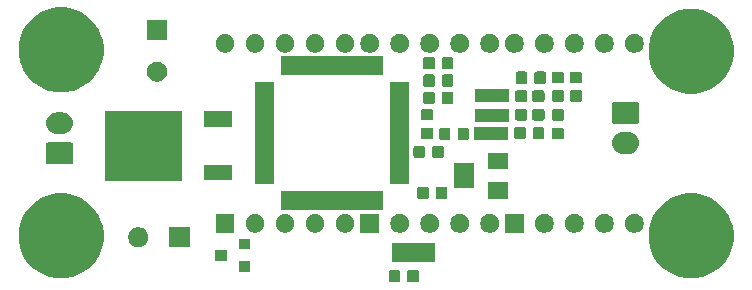
<source format=gbr>
G04 #@! TF.GenerationSoftware,KiCad,Pcbnew,(6.0.0-rc1-dev-950-ga5c892d9c)*
G04 #@! TF.CreationDate,2018-10-25T20:30:48+02:00*
G04 #@! TF.ProjectId,adc_7seg_v0,6164635F377365675F76302E6B696361,rev?*
G04 #@! TF.SameCoordinates,Original*
G04 #@! TF.FileFunction,Soldermask,Bot*
G04 #@! TF.FilePolarity,Negative*
%FSLAX46Y46*%
G04 Gerber Fmt 4.6, Leading zero omitted, Abs format (unit mm)*
G04 Created by KiCad (PCBNEW (6.0.0-rc1-dev-950-ga5c892d9c)) date 25.10.2018 20:30:48*
%MOMM*%
%LPD*%
G01*
G04 APERTURE LIST*
%ADD10C,0.100000*%
G04 APERTURE END LIST*
D10*
G36*
X192200492Y-102095076D02*
X192234383Y-102105357D01*
X192265611Y-102122048D01*
X192292985Y-102144515D01*
X192315452Y-102171889D01*
X192332143Y-102203117D01*
X192342424Y-102237008D01*
X192346500Y-102278391D01*
X192346500Y-102953609D01*
X192342424Y-102994992D01*
X192332143Y-103028883D01*
X192315452Y-103060111D01*
X192292985Y-103087485D01*
X192265611Y-103109952D01*
X192234383Y-103126643D01*
X192200492Y-103136924D01*
X192159109Y-103141000D01*
X191558891Y-103141000D01*
X191517508Y-103136924D01*
X191483617Y-103126643D01*
X191452389Y-103109952D01*
X191425015Y-103087485D01*
X191402548Y-103060111D01*
X191385857Y-103028883D01*
X191375576Y-102994992D01*
X191371500Y-102953609D01*
X191371500Y-102278391D01*
X191375576Y-102237008D01*
X191385857Y-102203117D01*
X191402548Y-102171889D01*
X191425015Y-102144515D01*
X191452389Y-102122048D01*
X191483617Y-102105357D01*
X191517508Y-102095076D01*
X191558891Y-102091000D01*
X192159109Y-102091000D01*
X192200492Y-102095076D01*
X192200492Y-102095076D01*
G37*
G36*
X190625492Y-102095076D02*
X190659383Y-102105357D01*
X190690611Y-102122048D01*
X190717985Y-102144515D01*
X190740452Y-102171889D01*
X190757143Y-102203117D01*
X190767424Y-102237008D01*
X190771500Y-102278391D01*
X190771500Y-102953609D01*
X190767424Y-102994992D01*
X190757143Y-103028883D01*
X190740452Y-103060111D01*
X190717985Y-103087485D01*
X190690611Y-103109952D01*
X190659383Y-103126643D01*
X190625492Y-103136924D01*
X190584109Y-103141000D01*
X189983891Y-103141000D01*
X189942508Y-103136924D01*
X189908617Y-103126643D01*
X189877389Y-103109952D01*
X189850015Y-103087485D01*
X189827548Y-103060111D01*
X189810857Y-103028883D01*
X189800576Y-102994992D01*
X189796500Y-102953609D01*
X189796500Y-102278391D01*
X189800576Y-102237008D01*
X189810857Y-102203117D01*
X189827548Y-102171889D01*
X189850015Y-102144515D01*
X189877389Y-102122048D01*
X189908617Y-102105357D01*
X189942508Y-102095076D01*
X189983891Y-102091000D01*
X190584109Y-102091000D01*
X190625492Y-102095076D01*
X190625492Y-102095076D01*
G37*
G36*
X163102079Y-95725345D02*
X163102082Y-95725346D01*
X163102081Y-95725346D01*
X163757240Y-95996721D01*
X164344205Y-96388919D01*
X164346869Y-96390699D01*
X164848301Y-96892131D01*
X164848303Y-96892134D01*
X165242279Y-97481760D01*
X165473912Y-98040974D01*
X165513655Y-98136921D01*
X165652000Y-98832429D01*
X165652000Y-99541571D01*
X165513655Y-100237079D01*
X165513654Y-100237081D01*
X165242279Y-100892240D01*
X164977840Y-101288000D01*
X164848301Y-101481869D01*
X164346869Y-101983301D01*
X164346866Y-101983303D01*
X163757240Y-102377279D01*
X163198026Y-102608912D01*
X163102079Y-102648655D01*
X162406571Y-102787000D01*
X161697429Y-102787000D01*
X161001921Y-102648655D01*
X160905974Y-102608912D01*
X160346760Y-102377279D01*
X159757134Y-101983303D01*
X159757131Y-101983301D01*
X159255699Y-101481869D01*
X159126160Y-101288000D01*
X158861721Y-100892240D01*
X158590346Y-100237081D01*
X158590345Y-100237079D01*
X158452000Y-99541571D01*
X158452000Y-98832429D01*
X158590345Y-98136921D01*
X158630088Y-98040974D01*
X158861721Y-97481760D01*
X159255697Y-96892134D01*
X159255699Y-96892131D01*
X159757131Y-96390699D01*
X159759795Y-96388919D01*
X160346760Y-95996721D01*
X161001919Y-95725346D01*
X161001918Y-95725346D01*
X161001921Y-95725345D01*
X161697429Y-95587000D01*
X162406571Y-95587000D01*
X163102079Y-95725345D01*
X163102079Y-95725345D01*
G37*
G36*
X216442079Y-95725345D02*
X216442082Y-95725346D01*
X216442081Y-95725346D01*
X217097240Y-95996721D01*
X217684205Y-96388919D01*
X217686869Y-96390699D01*
X218188301Y-96892131D01*
X218188303Y-96892134D01*
X218582279Y-97481760D01*
X218813912Y-98040974D01*
X218853655Y-98136921D01*
X218992000Y-98832429D01*
X218992000Y-99541571D01*
X218853655Y-100237079D01*
X218853654Y-100237081D01*
X218582279Y-100892240D01*
X218317840Y-101288000D01*
X218188301Y-101481869D01*
X217686869Y-101983301D01*
X217686866Y-101983303D01*
X217097240Y-102377279D01*
X216538026Y-102608912D01*
X216442079Y-102648655D01*
X215746571Y-102787000D01*
X215037429Y-102787000D01*
X214341921Y-102648655D01*
X214245974Y-102608912D01*
X213686760Y-102377279D01*
X213097134Y-101983303D01*
X213097131Y-101983301D01*
X212595699Y-101481869D01*
X212466160Y-101288000D01*
X212201721Y-100892240D01*
X211930346Y-100237081D01*
X211930345Y-100237079D01*
X211792000Y-99541571D01*
X211792000Y-98832429D01*
X211930345Y-98136921D01*
X211970088Y-98040974D01*
X212201721Y-97481760D01*
X212595697Y-96892134D01*
X212595699Y-96892131D01*
X213097131Y-96390699D01*
X213099795Y-96388919D01*
X213686760Y-95996721D01*
X214341919Y-95725346D01*
X214341918Y-95725346D01*
X214341921Y-95725345D01*
X215037429Y-95587000D01*
X215746571Y-95587000D01*
X216442079Y-95725345D01*
X216442079Y-95725345D01*
G37*
G36*
X178093500Y-102238000D02*
X177093500Y-102238000D01*
X177093500Y-101338000D01*
X178093500Y-101338000D01*
X178093500Y-102238000D01*
X178093500Y-102238000D01*
G37*
G36*
X193747000Y-101384000D02*
X190047000Y-101384000D01*
X190047000Y-99784000D01*
X193747000Y-99784000D01*
X193747000Y-101384000D01*
X193747000Y-101384000D01*
G37*
G36*
X176093500Y-101288000D02*
X175093500Y-101288000D01*
X175093500Y-100388000D01*
X176093500Y-100388000D01*
X176093500Y-101288000D01*
X176093500Y-101288000D01*
G37*
G36*
X178093500Y-100338000D02*
X177093500Y-100338000D01*
X177093500Y-99438000D01*
X178093500Y-99438000D01*
X178093500Y-100338000D01*
X178093500Y-100338000D01*
G37*
G36*
X168832934Y-98496664D02*
X168987627Y-98560740D01*
X169126847Y-98653764D01*
X169245236Y-98772153D01*
X169338260Y-98911373D01*
X169402336Y-99066066D01*
X169435000Y-99230281D01*
X169435000Y-99397719D01*
X169402336Y-99561934D01*
X169338260Y-99716627D01*
X169245236Y-99855847D01*
X169126847Y-99974236D01*
X168987627Y-100067260D01*
X168832934Y-100131336D01*
X168668719Y-100164000D01*
X168501281Y-100164000D01*
X168337066Y-100131336D01*
X168182373Y-100067260D01*
X168043153Y-99974236D01*
X167924764Y-99855847D01*
X167831740Y-99716627D01*
X167767664Y-99561934D01*
X167735000Y-99397719D01*
X167735000Y-99230281D01*
X167767664Y-99066066D01*
X167831740Y-98911373D01*
X167924764Y-98772153D01*
X168043153Y-98653764D01*
X168182373Y-98560740D01*
X168337066Y-98496664D01*
X168501281Y-98464000D01*
X168668719Y-98464000D01*
X168832934Y-98496664D01*
X168832934Y-98496664D01*
G37*
G36*
X172935000Y-100164000D02*
X171235000Y-100164000D01*
X171235000Y-98464000D01*
X172935000Y-98464000D01*
X172935000Y-100164000D01*
X172935000Y-100164000D01*
G37*
G36*
X190959352Y-97358743D02*
X191104941Y-97419048D01*
X191235973Y-97506601D01*
X191347399Y-97618027D01*
X191434952Y-97749059D01*
X191495257Y-97894648D01*
X191526000Y-98049205D01*
X191526000Y-98206795D01*
X191495257Y-98361352D01*
X191434952Y-98506941D01*
X191347399Y-98637973D01*
X191235973Y-98749399D01*
X191104941Y-98836952D01*
X190959352Y-98897257D01*
X190804795Y-98928000D01*
X190647205Y-98928000D01*
X190492648Y-98897257D01*
X190347059Y-98836952D01*
X190216027Y-98749399D01*
X190104601Y-98637973D01*
X190017048Y-98506941D01*
X189956743Y-98361352D01*
X189926000Y-98206795D01*
X189926000Y-98049205D01*
X189956743Y-97894648D01*
X190017048Y-97749059D01*
X190104601Y-97618027D01*
X190216027Y-97506601D01*
X190347059Y-97419048D01*
X190492648Y-97358743D01*
X190647205Y-97328000D01*
X190804795Y-97328000D01*
X190959352Y-97358743D01*
X190959352Y-97358743D01*
G37*
G36*
X176736000Y-98928000D02*
X175136000Y-98928000D01*
X175136000Y-97328000D01*
X176736000Y-97328000D01*
X176736000Y-98928000D01*
X176736000Y-98928000D01*
G37*
G36*
X196039352Y-97358743D02*
X196184941Y-97419048D01*
X196315973Y-97506601D01*
X196427399Y-97618027D01*
X196514952Y-97749059D01*
X196575257Y-97894648D01*
X196606000Y-98049205D01*
X196606000Y-98206795D01*
X196575257Y-98361352D01*
X196514952Y-98506941D01*
X196427399Y-98637973D01*
X196315973Y-98749399D01*
X196184941Y-98836952D01*
X196039352Y-98897257D01*
X195884795Y-98928000D01*
X195727205Y-98928000D01*
X195572648Y-98897257D01*
X195427059Y-98836952D01*
X195296027Y-98749399D01*
X195184601Y-98637973D01*
X195097048Y-98506941D01*
X195036743Y-98361352D01*
X195006000Y-98206795D01*
X195006000Y-98049205D01*
X195036743Y-97894648D01*
X195097048Y-97749059D01*
X195184601Y-97618027D01*
X195296027Y-97506601D01*
X195427059Y-97419048D01*
X195572648Y-97358743D01*
X195727205Y-97328000D01*
X195884795Y-97328000D01*
X196039352Y-97358743D01*
X196039352Y-97358743D01*
G37*
G36*
X198579352Y-97358743D02*
X198724941Y-97419048D01*
X198855973Y-97506601D01*
X198967399Y-97618027D01*
X199054952Y-97749059D01*
X199115257Y-97894648D01*
X199146000Y-98049205D01*
X199146000Y-98206795D01*
X199115257Y-98361352D01*
X199054952Y-98506941D01*
X198967399Y-98637973D01*
X198855973Y-98749399D01*
X198724941Y-98836952D01*
X198579352Y-98897257D01*
X198424795Y-98928000D01*
X198267205Y-98928000D01*
X198112648Y-98897257D01*
X197967059Y-98836952D01*
X197836027Y-98749399D01*
X197724601Y-98637973D01*
X197637048Y-98506941D01*
X197576743Y-98361352D01*
X197546000Y-98206795D01*
X197546000Y-98049205D01*
X197576743Y-97894648D01*
X197637048Y-97749059D01*
X197724601Y-97618027D01*
X197836027Y-97506601D01*
X197967059Y-97419048D01*
X198112648Y-97358743D01*
X198267205Y-97328000D01*
X198424795Y-97328000D01*
X198579352Y-97358743D01*
X198579352Y-97358743D01*
G37*
G36*
X178709352Y-97358743D02*
X178854941Y-97419048D01*
X178985973Y-97506601D01*
X179097399Y-97618027D01*
X179184952Y-97749059D01*
X179245257Y-97894648D01*
X179276000Y-98049205D01*
X179276000Y-98206795D01*
X179245257Y-98361352D01*
X179184952Y-98506941D01*
X179097399Y-98637973D01*
X178985973Y-98749399D01*
X178854941Y-98836952D01*
X178709352Y-98897257D01*
X178554795Y-98928000D01*
X178397205Y-98928000D01*
X178242648Y-98897257D01*
X178097059Y-98836952D01*
X177966027Y-98749399D01*
X177854601Y-98637973D01*
X177767048Y-98506941D01*
X177706743Y-98361352D01*
X177676000Y-98206795D01*
X177676000Y-98049205D01*
X177706743Y-97894648D01*
X177767048Y-97749059D01*
X177854601Y-97618027D01*
X177966027Y-97506601D01*
X178097059Y-97419048D01*
X178242648Y-97358743D01*
X178397205Y-97328000D01*
X178554795Y-97328000D01*
X178709352Y-97358743D01*
X178709352Y-97358743D01*
G37*
G36*
X181249352Y-97358743D02*
X181394941Y-97419048D01*
X181525973Y-97506601D01*
X181637399Y-97618027D01*
X181724952Y-97749059D01*
X181785257Y-97894648D01*
X181816000Y-98049205D01*
X181816000Y-98206795D01*
X181785257Y-98361352D01*
X181724952Y-98506941D01*
X181637399Y-98637973D01*
X181525973Y-98749399D01*
X181394941Y-98836952D01*
X181249352Y-98897257D01*
X181094795Y-98928000D01*
X180937205Y-98928000D01*
X180782648Y-98897257D01*
X180637059Y-98836952D01*
X180506027Y-98749399D01*
X180394601Y-98637973D01*
X180307048Y-98506941D01*
X180246743Y-98361352D01*
X180216000Y-98206795D01*
X180216000Y-98049205D01*
X180246743Y-97894648D01*
X180307048Y-97749059D01*
X180394601Y-97618027D01*
X180506027Y-97506601D01*
X180637059Y-97419048D01*
X180782648Y-97358743D01*
X180937205Y-97328000D01*
X181094795Y-97328000D01*
X181249352Y-97358743D01*
X181249352Y-97358743D01*
G37*
G36*
X201236000Y-98928000D02*
X199636000Y-98928000D01*
X199636000Y-97328000D01*
X201236000Y-97328000D01*
X201236000Y-98928000D01*
X201236000Y-98928000D01*
G37*
G36*
X193499352Y-97358743D02*
X193644941Y-97419048D01*
X193775973Y-97506601D01*
X193887399Y-97618027D01*
X193974952Y-97749059D01*
X194035257Y-97894648D01*
X194066000Y-98049205D01*
X194066000Y-98206795D01*
X194035257Y-98361352D01*
X193974952Y-98506941D01*
X193887399Y-98637973D01*
X193775973Y-98749399D01*
X193644941Y-98836952D01*
X193499352Y-98897257D01*
X193344795Y-98928000D01*
X193187205Y-98928000D01*
X193032648Y-98897257D01*
X192887059Y-98836952D01*
X192756027Y-98749399D01*
X192644601Y-98637973D01*
X192557048Y-98506941D01*
X192496743Y-98361352D01*
X192466000Y-98206795D01*
X192466000Y-98049205D01*
X192496743Y-97894648D01*
X192557048Y-97749059D01*
X192644601Y-97618027D01*
X192756027Y-97506601D01*
X192887059Y-97419048D01*
X193032648Y-97358743D01*
X193187205Y-97328000D01*
X193344795Y-97328000D01*
X193499352Y-97358743D01*
X193499352Y-97358743D01*
G37*
G36*
X203209352Y-97358743D02*
X203354941Y-97419048D01*
X203485973Y-97506601D01*
X203597399Y-97618027D01*
X203684952Y-97749059D01*
X203745257Y-97894648D01*
X203776000Y-98049205D01*
X203776000Y-98206795D01*
X203745257Y-98361352D01*
X203684952Y-98506941D01*
X203597399Y-98637973D01*
X203485973Y-98749399D01*
X203354941Y-98836952D01*
X203209352Y-98897257D01*
X203054795Y-98928000D01*
X202897205Y-98928000D01*
X202742648Y-98897257D01*
X202597059Y-98836952D01*
X202466027Y-98749399D01*
X202354601Y-98637973D01*
X202267048Y-98506941D01*
X202206743Y-98361352D01*
X202176000Y-98206795D01*
X202176000Y-98049205D01*
X202206743Y-97894648D01*
X202267048Y-97749059D01*
X202354601Y-97618027D01*
X202466027Y-97506601D01*
X202597059Y-97419048D01*
X202742648Y-97358743D01*
X202897205Y-97328000D01*
X203054795Y-97328000D01*
X203209352Y-97358743D01*
X203209352Y-97358743D01*
G37*
G36*
X205749352Y-97358743D02*
X205894941Y-97419048D01*
X206025973Y-97506601D01*
X206137399Y-97618027D01*
X206224952Y-97749059D01*
X206285257Y-97894648D01*
X206316000Y-98049205D01*
X206316000Y-98206795D01*
X206285257Y-98361352D01*
X206224952Y-98506941D01*
X206137399Y-98637973D01*
X206025973Y-98749399D01*
X205894941Y-98836952D01*
X205749352Y-98897257D01*
X205594795Y-98928000D01*
X205437205Y-98928000D01*
X205282648Y-98897257D01*
X205137059Y-98836952D01*
X205006027Y-98749399D01*
X204894601Y-98637973D01*
X204807048Y-98506941D01*
X204746743Y-98361352D01*
X204716000Y-98206795D01*
X204716000Y-98049205D01*
X204746743Y-97894648D01*
X204807048Y-97749059D01*
X204894601Y-97618027D01*
X205006027Y-97506601D01*
X205137059Y-97419048D01*
X205282648Y-97358743D01*
X205437205Y-97328000D01*
X205594795Y-97328000D01*
X205749352Y-97358743D01*
X205749352Y-97358743D01*
G37*
G36*
X183789352Y-97358743D02*
X183934941Y-97419048D01*
X184065973Y-97506601D01*
X184177399Y-97618027D01*
X184264952Y-97749059D01*
X184325257Y-97894648D01*
X184356000Y-98049205D01*
X184356000Y-98206795D01*
X184325257Y-98361352D01*
X184264952Y-98506941D01*
X184177399Y-98637973D01*
X184065973Y-98749399D01*
X183934941Y-98836952D01*
X183789352Y-98897257D01*
X183634795Y-98928000D01*
X183477205Y-98928000D01*
X183322648Y-98897257D01*
X183177059Y-98836952D01*
X183046027Y-98749399D01*
X182934601Y-98637973D01*
X182847048Y-98506941D01*
X182786743Y-98361352D01*
X182756000Y-98206795D01*
X182756000Y-98049205D01*
X182786743Y-97894648D01*
X182847048Y-97749059D01*
X182934601Y-97618027D01*
X183046027Y-97506601D01*
X183177059Y-97419048D01*
X183322648Y-97358743D01*
X183477205Y-97328000D01*
X183634795Y-97328000D01*
X183789352Y-97358743D01*
X183789352Y-97358743D01*
G37*
G36*
X186329352Y-97358743D02*
X186474941Y-97419048D01*
X186605973Y-97506601D01*
X186717399Y-97618027D01*
X186804952Y-97749059D01*
X186865257Y-97894648D01*
X186896000Y-98049205D01*
X186896000Y-98206795D01*
X186865257Y-98361352D01*
X186804952Y-98506941D01*
X186717399Y-98637973D01*
X186605973Y-98749399D01*
X186474941Y-98836952D01*
X186329352Y-98897257D01*
X186174795Y-98928000D01*
X186017205Y-98928000D01*
X185862648Y-98897257D01*
X185717059Y-98836952D01*
X185586027Y-98749399D01*
X185474601Y-98637973D01*
X185387048Y-98506941D01*
X185326743Y-98361352D01*
X185296000Y-98206795D01*
X185296000Y-98049205D01*
X185326743Y-97894648D01*
X185387048Y-97749059D01*
X185474601Y-97618027D01*
X185586027Y-97506601D01*
X185717059Y-97419048D01*
X185862648Y-97358743D01*
X186017205Y-97328000D01*
X186174795Y-97328000D01*
X186329352Y-97358743D01*
X186329352Y-97358743D01*
G37*
G36*
X188986000Y-98928000D02*
X187386000Y-98928000D01*
X187386000Y-97328000D01*
X188986000Y-97328000D01*
X188986000Y-98928000D01*
X188986000Y-98928000D01*
G37*
G36*
X208289352Y-97358743D02*
X208434941Y-97419048D01*
X208565973Y-97506601D01*
X208677399Y-97618027D01*
X208764952Y-97749059D01*
X208825257Y-97894648D01*
X208856000Y-98049205D01*
X208856000Y-98206795D01*
X208825257Y-98361352D01*
X208764952Y-98506941D01*
X208677399Y-98637973D01*
X208565973Y-98749399D01*
X208434941Y-98836952D01*
X208289352Y-98897257D01*
X208134795Y-98928000D01*
X207977205Y-98928000D01*
X207822648Y-98897257D01*
X207677059Y-98836952D01*
X207546027Y-98749399D01*
X207434601Y-98637973D01*
X207347048Y-98506941D01*
X207286743Y-98361352D01*
X207256000Y-98206795D01*
X207256000Y-98049205D01*
X207286743Y-97894648D01*
X207347048Y-97749059D01*
X207434601Y-97618027D01*
X207546027Y-97506601D01*
X207677059Y-97419048D01*
X207822648Y-97358743D01*
X207977205Y-97328000D01*
X208134795Y-97328000D01*
X208289352Y-97358743D01*
X208289352Y-97358743D01*
G37*
G36*
X210829352Y-97358743D02*
X210974941Y-97419048D01*
X211105973Y-97506601D01*
X211217399Y-97618027D01*
X211304952Y-97749059D01*
X211365257Y-97894648D01*
X211396000Y-98049205D01*
X211396000Y-98206795D01*
X211365257Y-98361352D01*
X211304952Y-98506941D01*
X211217399Y-98637973D01*
X211105973Y-98749399D01*
X210974941Y-98836952D01*
X210829352Y-98897257D01*
X210674795Y-98928000D01*
X210517205Y-98928000D01*
X210362648Y-98897257D01*
X210217059Y-98836952D01*
X210086027Y-98749399D01*
X209974601Y-98637973D01*
X209887048Y-98506941D01*
X209826743Y-98361352D01*
X209796000Y-98206795D01*
X209796000Y-98049205D01*
X209826743Y-97894648D01*
X209887048Y-97749059D01*
X209974601Y-97618027D01*
X210086027Y-97506601D01*
X210217059Y-97419048D01*
X210362648Y-97358743D01*
X210517205Y-97328000D01*
X210674795Y-97328000D01*
X210829352Y-97358743D01*
X210829352Y-97358743D01*
G37*
G36*
X189300500Y-96987500D02*
X180650500Y-96987500D01*
X180650500Y-95387500D01*
X189300500Y-95387500D01*
X189300500Y-96987500D01*
X189300500Y-96987500D01*
G37*
G36*
X194613492Y-95046576D02*
X194647383Y-95056857D01*
X194678611Y-95073548D01*
X194705985Y-95096015D01*
X194728452Y-95123389D01*
X194745143Y-95154617D01*
X194755424Y-95188508D01*
X194759500Y-95229891D01*
X194759500Y-95905109D01*
X194755424Y-95946492D01*
X194745143Y-95980383D01*
X194728452Y-96011611D01*
X194705985Y-96038985D01*
X194678611Y-96061452D01*
X194647383Y-96078143D01*
X194613492Y-96088424D01*
X194572109Y-96092500D01*
X193971891Y-96092500D01*
X193930508Y-96088424D01*
X193896617Y-96078143D01*
X193865389Y-96061452D01*
X193838015Y-96038985D01*
X193815548Y-96011611D01*
X193798857Y-95980383D01*
X193788576Y-95946492D01*
X193784500Y-95905109D01*
X193784500Y-95229891D01*
X193788576Y-95188508D01*
X193798857Y-95154617D01*
X193815548Y-95123389D01*
X193838015Y-95096015D01*
X193865389Y-95073548D01*
X193896617Y-95056857D01*
X193930508Y-95046576D01*
X193971891Y-95042500D01*
X194572109Y-95042500D01*
X194613492Y-95046576D01*
X194613492Y-95046576D01*
G37*
G36*
X193038492Y-95046576D02*
X193072383Y-95056857D01*
X193103611Y-95073548D01*
X193130985Y-95096015D01*
X193153452Y-95123389D01*
X193170143Y-95154617D01*
X193180424Y-95188508D01*
X193184500Y-95229891D01*
X193184500Y-95905109D01*
X193180424Y-95946492D01*
X193170143Y-95980383D01*
X193153452Y-96011611D01*
X193130985Y-96038985D01*
X193103611Y-96061452D01*
X193072383Y-96078143D01*
X193038492Y-96088424D01*
X192997109Y-96092500D01*
X192396891Y-96092500D01*
X192355508Y-96088424D01*
X192321617Y-96078143D01*
X192290389Y-96061452D01*
X192263015Y-96038985D01*
X192240548Y-96011611D01*
X192223857Y-95980383D01*
X192213576Y-95946492D01*
X192209500Y-95905109D01*
X192209500Y-95229891D01*
X192213576Y-95188508D01*
X192223857Y-95154617D01*
X192240548Y-95123389D01*
X192263015Y-95096015D01*
X192290389Y-95073548D01*
X192321617Y-95056857D01*
X192355508Y-95046576D01*
X192396891Y-95042500D01*
X192997109Y-95042500D01*
X193038492Y-95046576D01*
X193038492Y-95046576D01*
G37*
G36*
X199912000Y-96057000D02*
X198212000Y-96057000D01*
X198212000Y-94657000D01*
X199912000Y-94657000D01*
X199912000Y-96057000D01*
X199912000Y-96057000D01*
G37*
G36*
X197012000Y-95157000D02*
X195312000Y-95157000D01*
X195312000Y-93057000D01*
X197012000Y-93057000D01*
X197012000Y-95157000D01*
X197012000Y-95157000D01*
G37*
G36*
X180075500Y-94812500D02*
X178475500Y-94812500D01*
X178475500Y-86162500D01*
X180075500Y-86162500D01*
X180075500Y-94812500D01*
X180075500Y-94812500D01*
G37*
G36*
X191475500Y-94812500D02*
X189875500Y-94812500D01*
X189875500Y-86162500D01*
X191475500Y-86162500D01*
X191475500Y-94812500D01*
X191475500Y-94812500D01*
G37*
G36*
X172287000Y-94517000D02*
X165787000Y-94517000D01*
X165787000Y-88617000D01*
X172287000Y-88617000D01*
X172287000Y-94517000D01*
X172287000Y-94517000D01*
G37*
G36*
X176487000Y-94497000D02*
X174187000Y-94497000D01*
X174187000Y-93197000D01*
X176487000Y-93197000D01*
X176487000Y-94497000D01*
X176487000Y-94497000D01*
G37*
G36*
X199912000Y-93557000D02*
X198212000Y-93557000D01*
X198212000Y-92157000D01*
X199912000Y-92157000D01*
X199912000Y-93557000D01*
X199912000Y-93557000D01*
G37*
G36*
X162933790Y-91285961D02*
X162966563Y-91295903D01*
X162996764Y-91312045D01*
X163023232Y-91333768D01*
X163044955Y-91360236D01*
X163061097Y-91390437D01*
X163071039Y-91423210D01*
X163075000Y-91463427D01*
X163075000Y-92940573D01*
X163071039Y-92980790D01*
X163061097Y-93013563D01*
X163044955Y-93043764D01*
X163023232Y-93070232D01*
X162996764Y-93091955D01*
X162966563Y-93108097D01*
X162933790Y-93118039D01*
X162893573Y-93122000D01*
X160956427Y-93122000D01*
X160916210Y-93118039D01*
X160883437Y-93108097D01*
X160853236Y-93091955D01*
X160826768Y-93070232D01*
X160805045Y-93043764D01*
X160788903Y-93013563D01*
X160778961Y-92980790D01*
X160775000Y-92940573D01*
X160775000Y-91463427D01*
X160778961Y-91423210D01*
X160788903Y-91390437D01*
X160805045Y-91360236D01*
X160826768Y-91333768D01*
X160853236Y-91312045D01*
X160883437Y-91295903D01*
X160916210Y-91285961D01*
X160956427Y-91282000D01*
X162893573Y-91282000D01*
X162933790Y-91285961D01*
X162933790Y-91285961D01*
G37*
G36*
X192720992Y-91554076D02*
X192754883Y-91564357D01*
X192786111Y-91581048D01*
X192813485Y-91603515D01*
X192835952Y-91630889D01*
X192852643Y-91662117D01*
X192862924Y-91696008D01*
X192867000Y-91737391D01*
X192867000Y-92412609D01*
X192862924Y-92453992D01*
X192852643Y-92487883D01*
X192835952Y-92519111D01*
X192813485Y-92546485D01*
X192786111Y-92568952D01*
X192754883Y-92585643D01*
X192720992Y-92595924D01*
X192679609Y-92600000D01*
X192079391Y-92600000D01*
X192038008Y-92595924D01*
X192004117Y-92585643D01*
X191972889Y-92568952D01*
X191945515Y-92546485D01*
X191923048Y-92519111D01*
X191906357Y-92487883D01*
X191896076Y-92453992D01*
X191892000Y-92412609D01*
X191892000Y-91737391D01*
X191896076Y-91696008D01*
X191906357Y-91662117D01*
X191923048Y-91630889D01*
X191945515Y-91603515D01*
X191972889Y-91581048D01*
X192004117Y-91564357D01*
X192038008Y-91554076D01*
X192079391Y-91550000D01*
X192679609Y-91550000D01*
X192720992Y-91554076D01*
X192720992Y-91554076D01*
G37*
G36*
X194295992Y-91554076D02*
X194329883Y-91564357D01*
X194361111Y-91581048D01*
X194388485Y-91603515D01*
X194410952Y-91630889D01*
X194427643Y-91662117D01*
X194437924Y-91696008D01*
X194442000Y-91737391D01*
X194442000Y-92412609D01*
X194437924Y-92453992D01*
X194427643Y-92487883D01*
X194410952Y-92519111D01*
X194388485Y-92546485D01*
X194361111Y-92568952D01*
X194329883Y-92585643D01*
X194295992Y-92595924D01*
X194254609Y-92600000D01*
X193654391Y-92600000D01*
X193613008Y-92595924D01*
X193579117Y-92585643D01*
X193547889Y-92568952D01*
X193520515Y-92546485D01*
X193498048Y-92519111D01*
X193481357Y-92487883D01*
X193471076Y-92453992D01*
X193467000Y-92412609D01*
X193467000Y-91737391D01*
X193471076Y-91696008D01*
X193481357Y-91662117D01*
X193498048Y-91630889D01*
X193520515Y-91603515D01*
X193547889Y-91581048D01*
X193579117Y-91564357D01*
X193613008Y-91554076D01*
X193654391Y-91550000D01*
X194254609Y-91550000D01*
X194295992Y-91554076D01*
X194295992Y-91554076D01*
G37*
G36*
X210163782Y-90396328D02*
X210265151Y-90406312D01*
X210438572Y-90458919D01*
X210438574Y-90458920D01*
X210438577Y-90458921D01*
X210598398Y-90544346D01*
X210738486Y-90659314D01*
X210853454Y-90799402D01*
X210938879Y-90959223D01*
X210938880Y-90959226D01*
X210938881Y-90959228D01*
X210991488Y-91132649D01*
X211009251Y-91313000D01*
X210991488Y-91493351D01*
X210940293Y-91662117D01*
X210938879Y-91666777D01*
X210853454Y-91826598D01*
X210738486Y-91966686D01*
X210598398Y-92081654D01*
X210438577Y-92167079D01*
X210438574Y-92167080D01*
X210438572Y-92167081D01*
X210265151Y-92219688D01*
X210163782Y-92229672D01*
X210129993Y-92233000D01*
X209579607Y-92233000D01*
X209545818Y-92229672D01*
X209444449Y-92219688D01*
X209271028Y-92167081D01*
X209271026Y-92167080D01*
X209271023Y-92167079D01*
X209111202Y-92081654D01*
X208971114Y-91966686D01*
X208856146Y-91826598D01*
X208770721Y-91666777D01*
X208769307Y-91662117D01*
X208718112Y-91493351D01*
X208700349Y-91313000D01*
X208718112Y-91132649D01*
X208770719Y-90959228D01*
X208770720Y-90959226D01*
X208770721Y-90959223D01*
X208856146Y-90799402D01*
X208971114Y-90659314D01*
X209111202Y-90544346D01*
X209271023Y-90458921D01*
X209271026Y-90458920D01*
X209271028Y-90458919D01*
X209444449Y-90406312D01*
X209545818Y-90396328D01*
X209579607Y-90393000D01*
X210129993Y-90393000D01*
X210163782Y-90396328D01*
X210163782Y-90396328D01*
G37*
G36*
X196454992Y-90030076D02*
X196488883Y-90040357D01*
X196520111Y-90057048D01*
X196547485Y-90079515D01*
X196569952Y-90106889D01*
X196586643Y-90138117D01*
X196596924Y-90172008D01*
X196601000Y-90213391D01*
X196601000Y-90888609D01*
X196596924Y-90929992D01*
X196586643Y-90963883D01*
X196569952Y-90995111D01*
X196547485Y-91022485D01*
X196520111Y-91044952D01*
X196488883Y-91061643D01*
X196454992Y-91071924D01*
X196413609Y-91076000D01*
X195813391Y-91076000D01*
X195772008Y-91071924D01*
X195738117Y-91061643D01*
X195706889Y-91044952D01*
X195679515Y-91022485D01*
X195657048Y-90995111D01*
X195640357Y-90963883D01*
X195630076Y-90929992D01*
X195626000Y-90888609D01*
X195626000Y-90213391D01*
X195630076Y-90172008D01*
X195640357Y-90138117D01*
X195657048Y-90106889D01*
X195679515Y-90079515D01*
X195706889Y-90057048D01*
X195738117Y-90040357D01*
X195772008Y-90030076D01*
X195813391Y-90026000D01*
X196413609Y-90026000D01*
X196454992Y-90030076D01*
X196454992Y-90030076D01*
G37*
G36*
X194879992Y-90030076D02*
X194913883Y-90040357D01*
X194945111Y-90057048D01*
X194972485Y-90079515D01*
X194994952Y-90106889D01*
X195011643Y-90138117D01*
X195021924Y-90172008D01*
X195026000Y-90213391D01*
X195026000Y-90888609D01*
X195021924Y-90929992D01*
X195011643Y-90963883D01*
X194994952Y-90995111D01*
X194972485Y-91022485D01*
X194945111Y-91044952D01*
X194913883Y-91061643D01*
X194879992Y-91071924D01*
X194838609Y-91076000D01*
X194238391Y-91076000D01*
X194197008Y-91071924D01*
X194163117Y-91061643D01*
X194131889Y-91044952D01*
X194104515Y-91022485D01*
X194082048Y-90995111D01*
X194065357Y-90963883D01*
X194055076Y-90929992D01*
X194051000Y-90888609D01*
X194051000Y-90213391D01*
X194055076Y-90172008D01*
X194065357Y-90138117D01*
X194082048Y-90106889D01*
X194104515Y-90079515D01*
X194131889Y-90057048D01*
X194163117Y-90040357D01*
X194197008Y-90030076D01*
X194238391Y-90026000D01*
X194838609Y-90026000D01*
X194879992Y-90030076D01*
X194879992Y-90030076D01*
G37*
G36*
X199887900Y-90958888D02*
X199890302Y-90983274D01*
X199901097Y-91014790D01*
X199918802Y-91050200D01*
X197037900Y-91050200D01*
X197037900Y-90041512D01*
X197035498Y-90017126D01*
X197024703Y-89985610D01*
X197006998Y-89950200D01*
X199887900Y-89950200D01*
X199887900Y-90958888D01*
X199887900Y-90958888D01*
G37*
G36*
X201255392Y-89979276D02*
X201289283Y-89989557D01*
X201320511Y-90006248D01*
X201347885Y-90028715D01*
X201370352Y-90056089D01*
X201387043Y-90087317D01*
X201397324Y-90121208D01*
X201401400Y-90162591D01*
X201401400Y-90837809D01*
X201397324Y-90879192D01*
X201387043Y-90913083D01*
X201370352Y-90944311D01*
X201347885Y-90971685D01*
X201320511Y-90994152D01*
X201289283Y-91010843D01*
X201255392Y-91021124D01*
X201214009Y-91025200D01*
X200613791Y-91025200D01*
X200572408Y-91021124D01*
X200538517Y-91010843D01*
X200507289Y-90994152D01*
X200479915Y-90971685D01*
X200457448Y-90944311D01*
X200440757Y-90913083D01*
X200430476Y-90879192D01*
X200426400Y-90837809D01*
X200426400Y-90162591D01*
X200430476Y-90121208D01*
X200440757Y-90087317D01*
X200457448Y-90056089D01*
X200479915Y-90028715D01*
X200507289Y-90006248D01*
X200538517Y-89989557D01*
X200572408Y-89979276D01*
X200613791Y-89975200D01*
X201214009Y-89975200D01*
X201255392Y-89979276D01*
X201255392Y-89979276D01*
G37*
G36*
X202830392Y-89979276D02*
X202864283Y-89989557D01*
X202895511Y-90006248D01*
X202922885Y-90028715D01*
X202945352Y-90056089D01*
X202962043Y-90087317D01*
X202972324Y-90121208D01*
X202976400Y-90162591D01*
X202976400Y-90837809D01*
X202972324Y-90879192D01*
X202962043Y-90913083D01*
X202945352Y-90944311D01*
X202922885Y-90971685D01*
X202895511Y-90994152D01*
X202864283Y-91010843D01*
X202830392Y-91021124D01*
X202789009Y-91025200D01*
X202188791Y-91025200D01*
X202147408Y-91021124D01*
X202113517Y-91010843D01*
X202082289Y-90994152D01*
X202054915Y-90971685D01*
X202032448Y-90944311D01*
X202015757Y-90913083D01*
X202005476Y-90879192D01*
X202001400Y-90837809D01*
X202001400Y-90162591D01*
X202005476Y-90121208D01*
X202015757Y-90087317D01*
X202032448Y-90056089D01*
X202054915Y-90028715D01*
X202082289Y-90006248D01*
X202113517Y-89989557D01*
X202147408Y-89979276D01*
X202188791Y-89975200D01*
X202789009Y-89975200D01*
X202830392Y-89979276D01*
X202830392Y-89979276D01*
G37*
G36*
X204493392Y-90042276D02*
X204527283Y-90052557D01*
X204558511Y-90069248D01*
X204585885Y-90091715D01*
X204608352Y-90119089D01*
X204625043Y-90150317D01*
X204635324Y-90184208D01*
X204639400Y-90225591D01*
X204639400Y-90825809D01*
X204635324Y-90867192D01*
X204625043Y-90901083D01*
X204608352Y-90932311D01*
X204585885Y-90959685D01*
X204558511Y-90982152D01*
X204527283Y-90998843D01*
X204493392Y-91009124D01*
X204452009Y-91013200D01*
X203776791Y-91013200D01*
X203735408Y-91009124D01*
X203701517Y-90998843D01*
X203670289Y-90982152D01*
X203642915Y-90959685D01*
X203620448Y-90932311D01*
X203603757Y-90901083D01*
X203593476Y-90867192D01*
X203589400Y-90825809D01*
X203589400Y-90225591D01*
X203593476Y-90184208D01*
X203603757Y-90150317D01*
X203620448Y-90119089D01*
X203642915Y-90091715D01*
X203670289Y-90069248D01*
X203701517Y-90052557D01*
X203735408Y-90042276D01*
X203776791Y-90038200D01*
X204452009Y-90038200D01*
X204493392Y-90042276D01*
X204493392Y-90042276D01*
G37*
G36*
X193418992Y-90029576D02*
X193452883Y-90039857D01*
X193484111Y-90056548D01*
X193511485Y-90079015D01*
X193533952Y-90106389D01*
X193550643Y-90137617D01*
X193560924Y-90171508D01*
X193565000Y-90212891D01*
X193565000Y-90813109D01*
X193560924Y-90854492D01*
X193550643Y-90888383D01*
X193533952Y-90919611D01*
X193511485Y-90946985D01*
X193484111Y-90969452D01*
X193452883Y-90986143D01*
X193418992Y-90996424D01*
X193377609Y-91000500D01*
X192702391Y-91000500D01*
X192661008Y-90996424D01*
X192627117Y-90986143D01*
X192595889Y-90969452D01*
X192568515Y-90946985D01*
X192546048Y-90919611D01*
X192529357Y-90888383D01*
X192519076Y-90854492D01*
X192515000Y-90813109D01*
X192515000Y-90212891D01*
X192519076Y-90171508D01*
X192529357Y-90137617D01*
X192546048Y-90106389D01*
X192568515Y-90079015D01*
X192595889Y-90056548D01*
X192627117Y-90039857D01*
X192661008Y-90029576D01*
X192702391Y-90025500D01*
X193377609Y-90025500D01*
X193418992Y-90029576D01*
X193418992Y-90029576D01*
G37*
G36*
X162233982Y-88745328D02*
X162335351Y-88755312D01*
X162508772Y-88807919D01*
X162508774Y-88807920D01*
X162508777Y-88807921D01*
X162668598Y-88893346D01*
X162808686Y-89008314D01*
X162923654Y-89148402D01*
X163009079Y-89308223D01*
X163009080Y-89308226D01*
X163009081Y-89308228D01*
X163061688Y-89481649D01*
X163079451Y-89662000D01*
X163061688Y-89842351D01*
X163009081Y-90015772D01*
X163009079Y-90015777D01*
X162923654Y-90175598D01*
X162808686Y-90315686D01*
X162668598Y-90430654D01*
X162508777Y-90516079D01*
X162508774Y-90516080D01*
X162508772Y-90516081D01*
X162335351Y-90568688D01*
X162233982Y-90578672D01*
X162200193Y-90582000D01*
X161649807Y-90582000D01*
X161616018Y-90578672D01*
X161514649Y-90568688D01*
X161341228Y-90516081D01*
X161341226Y-90516080D01*
X161341223Y-90516079D01*
X161181402Y-90430654D01*
X161041314Y-90315686D01*
X160926346Y-90175598D01*
X160840921Y-90015777D01*
X160840919Y-90015772D01*
X160788312Y-89842351D01*
X160770549Y-89662000D01*
X160788312Y-89481649D01*
X160840919Y-89308228D01*
X160840920Y-89308226D01*
X160840921Y-89308223D01*
X160926346Y-89148402D01*
X161041314Y-89008314D01*
X161181402Y-88893346D01*
X161341223Y-88807921D01*
X161341226Y-88807920D01*
X161341228Y-88807919D01*
X161514649Y-88755312D01*
X161616018Y-88745328D01*
X161649807Y-88742000D01*
X162200193Y-88742000D01*
X162233982Y-88745328D01*
X162233982Y-88745328D01*
G37*
G36*
X176487000Y-89937000D02*
X174187000Y-89937000D01*
X174187000Y-88637000D01*
X176487000Y-88637000D01*
X176487000Y-89937000D01*
X176487000Y-89937000D01*
G37*
G36*
X210863590Y-87856961D02*
X210896363Y-87866903D01*
X210926564Y-87883045D01*
X210953032Y-87904768D01*
X210974755Y-87931236D01*
X210990897Y-87961437D01*
X211000839Y-87994210D01*
X211004800Y-88034427D01*
X211004800Y-89511573D01*
X211000839Y-89551790D01*
X210990897Y-89584563D01*
X210974755Y-89614764D01*
X210953032Y-89641232D01*
X210926564Y-89662955D01*
X210896363Y-89679097D01*
X210863590Y-89689039D01*
X210823373Y-89693000D01*
X208886227Y-89693000D01*
X208846010Y-89689039D01*
X208813237Y-89679097D01*
X208783036Y-89662955D01*
X208756568Y-89641232D01*
X208734845Y-89614764D01*
X208718703Y-89584563D01*
X208708761Y-89551790D01*
X208704800Y-89511573D01*
X208704800Y-88034427D01*
X208708761Y-87994210D01*
X208718703Y-87961437D01*
X208734845Y-87931236D01*
X208756568Y-87904768D01*
X208783036Y-87883045D01*
X208813237Y-87866903D01*
X208846010Y-87856961D01*
X208886227Y-87853000D01*
X210823373Y-87853000D01*
X210863590Y-87856961D01*
X210863590Y-87856961D01*
G37*
G36*
X199951400Y-89434888D02*
X199953802Y-89459274D01*
X199964597Y-89490790D01*
X199982302Y-89526200D01*
X197101400Y-89526200D01*
X197101400Y-88517512D01*
X197098998Y-88493126D01*
X197088203Y-88461610D01*
X197070498Y-88426200D01*
X199951400Y-88426200D01*
X199951400Y-89434888D01*
X199951400Y-89434888D01*
G37*
G36*
X204493392Y-88467276D02*
X204527283Y-88477557D01*
X204558511Y-88494248D01*
X204585885Y-88516715D01*
X204608352Y-88544089D01*
X204625043Y-88575317D01*
X204635324Y-88609208D01*
X204639400Y-88650591D01*
X204639400Y-89250809D01*
X204635324Y-89292192D01*
X204625043Y-89326083D01*
X204608352Y-89357311D01*
X204585885Y-89384685D01*
X204558511Y-89407152D01*
X204527283Y-89423843D01*
X204493392Y-89434124D01*
X204452009Y-89438200D01*
X203776791Y-89438200D01*
X203735408Y-89434124D01*
X203701517Y-89423843D01*
X203670289Y-89407152D01*
X203642915Y-89384685D01*
X203620448Y-89357311D01*
X203603757Y-89326083D01*
X203593476Y-89292192D01*
X203589400Y-89250809D01*
X203589400Y-88650591D01*
X203593476Y-88609208D01*
X203603757Y-88575317D01*
X203620448Y-88544089D01*
X203642915Y-88516715D01*
X203670289Y-88494248D01*
X203701517Y-88477557D01*
X203735408Y-88467276D01*
X203776791Y-88463200D01*
X204452009Y-88463200D01*
X204493392Y-88467276D01*
X204493392Y-88467276D01*
G37*
G36*
X201381892Y-88454776D02*
X201415783Y-88465057D01*
X201447011Y-88481748D01*
X201474385Y-88504215D01*
X201496852Y-88531589D01*
X201513543Y-88562817D01*
X201523824Y-88596708D01*
X201527900Y-88638091D01*
X201527900Y-89238309D01*
X201523824Y-89279692D01*
X201513543Y-89313583D01*
X201496852Y-89344811D01*
X201474385Y-89372185D01*
X201447011Y-89394652D01*
X201415783Y-89411343D01*
X201381892Y-89421624D01*
X201340509Y-89425700D01*
X200665291Y-89425700D01*
X200623908Y-89421624D01*
X200590017Y-89411343D01*
X200558789Y-89394652D01*
X200531415Y-89372185D01*
X200508948Y-89344811D01*
X200492257Y-89313583D01*
X200481976Y-89279692D01*
X200477900Y-89238309D01*
X200477900Y-88638091D01*
X200481976Y-88596708D01*
X200492257Y-88562817D01*
X200508948Y-88531589D01*
X200531415Y-88504215D01*
X200558789Y-88481748D01*
X200590017Y-88465057D01*
X200623908Y-88454776D01*
X200665291Y-88450700D01*
X201340509Y-88450700D01*
X201381892Y-88454776D01*
X201381892Y-88454776D01*
G37*
G36*
X202842392Y-88454776D02*
X202876283Y-88465057D01*
X202907511Y-88481748D01*
X202934885Y-88504215D01*
X202957352Y-88531589D01*
X202974043Y-88562817D01*
X202984324Y-88596708D01*
X202988400Y-88638091D01*
X202988400Y-89238309D01*
X202984324Y-89279692D01*
X202974043Y-89313583D01*
X202957352Y-89344811D01*
X202934885Y-89372185D01*
X202907511Y-89394652D01*
X202876283Y-89411343D01*
X202842392Y-89421624D01*
X202801009Y-89425700D01*
X202125791Y-89425700D01*
X202084408Y-89421624D01*
X202050517Y-89411343D01*
X202019289Y-89394652D01*
X201991915Y-89372185D01*
X201969448Y-89344811D01*
X201952757Y-89313583D01*
X201942476Y-89279692D01*
X201938400Y-89238309D01*
X201938400Y-88638091D01*
X201942476Y-88596708D01*
X201952757Y-88562817D01*
X201969448Y-88531589D01*
X201991915Y-88504215D01*
X202019289Y-88481748D01*
X202050517Y-88465057D01*
X202084408Y-88454776D01*
X202125791Y-88450700D01*
X202801009Y-88450700D01*
X202842392Y-88454776D01*
X202842392Y-88454776D01*
G37*
G36*
X193418992Y-88454576D02*
X193452883Y-88464857D01*
X193484111Y-88481548D01*
X193511485Y-88504015D01*
X193533952Y-88531389D01*
X193550643Y-88562617D01*
X193560924Y-88596508D01*
X193565000Y-88637891D01*
X193565000Y-89238109D01*
X193560924Y-89279492D01*
X193550643Y-89313383D01*
X193533952Y-89344611D01*
X193511485Y-89371985D01*
X193484111Y-89394452D01*
X193452883Y-89411143D01*
X193418992Y-89421424D01*
X193377609Y-89425500D01*
X192702391Y-89425500D01*
X192661008Y-89421424D01*
X192627117Y-89411143D01*
X192595889Y-89394452D01*
X192568515Y-89371985D01*
X192546048Y-89344611D01*
X192529357Y-89313383D01*
X192519076Y-89279492D01*
X192515000Y-89238109D01*
X192515000Y-88637891D01*
X192519076Y-88596508D01*
X192529357Y-88562617D01*
X192546048Y-88531389D01*
X192568515Y-88504015D01*
X192595889Y-88481548D01*
X192627117Y-88464857D01*
X192661008Y-88454576D01*
X192702391Y-88450500D01*
X193377609Y-88450500D01*
X193418992Y-88454576D01*
X193418992Y-88454576D01*
G37*
G36*
X195121492Y-86982076D02*
X195155383Y-86992357D01*
X195186611Y-87009048D01*
X195213985Y-87031515D01*
X195236452Y-87058889D01*
X195253143Y-87090117D01*
X195263424Y-87124008D01*
X195267500Y-87165391D01*
X195267500Y-87840609D01*
X195263424Y-87881992D01*
X195253143Y-87915883D01*
X195236452Y-87947111D01*
X195213985Y-87974485D01*
X195186611Y-87996952D01*
X195155383Y-88013643D01*
X195121492Y-88023924D01*
X195080109Y-88028000D01*
X194479891Y-88028000D01*
X194438508Y-88023924D01*
X194404617Y-88013643D01*
X194373389Y-87996952D01*
X194346015Y-87974485D01*
X194323548Y-87947111D01*
X194306857Y-87915883D01*
X194296576Y-87881992D01*
X194292500Y-87840609D01*
X194292500Y-87165391D01*
X194296576Y-87124008D01*
X194306857Y-87090117D01*
X194323548Y-87058889D01*
X194346015Y-87031515D01*
X194373389Y-87009048D01*
X194404617Y-86992357D01*
X194438508Y-86982076D01*
X194479891Y-86978000D01*
X195080109Y-86978000D01*
X195121492Y-86982076D01*
X195121492Y-86982076D01*
G37*
G36*
X193546492Y-86982076D02*
X193580383Y-86992357D01*
X193611611Y-87009048D01*
X193638985Y-87031515D01*
X193661452Y-87058889D01*
X193678143Y-87090117D01*
X193688424Y-87124008D01*
X193692500Y-87165391D01*
X193692500Y-87840609D01*
X193688424Y-87881992D01*
X193678143Y-87915883D01*
X193661452Y-87947111D01*
X193638985Y-87974485D01*
X193611611Y-87996952D01*
X193580383Y-88013643D01*
X193546492Y-88023924D01*
X193505109Y-88028000D01*
X192904891Y-88028000D01*
X192863508Y-88023924D01*
X192829617Y-88013643D01*
X192798389Y-87996952D01*
X192771015Y-87974485D01*
X192748548Y-87947111D01*
X192731857Y-87915883D01*
X192721576Y-87881992D01*
X192717500Y-87840609D01*
X192717500Y-87165391D01*
X192721576Y-87124008D01*
X192731857Y-87090117D01*
X192748548Y-87058889D01*
X192771015Y-87031515D01*
X192798389Y-87009048D01*
X192829617Y-86992357D01*
X192863508Y-86982076D01*
X192904891Y-86978000D01*
X193505109Y-86978000D01*
X193546492Y-86982076D01*
X193546492Y-86982076D01*
G37*
G36*
X199951400Y-87783888D02*
X199953802Y-87808274D01*
X199964597Y-87839790D01*
X199982302Y-87875200D01*
X197101400Y-87875200D01*
X197101400Y-86866512D01*
X197098998Y-86842126D01*
X197088203Y-86810610D01*
X197070498Y-86775200D01*
X199951400Y-86775200D01*
X199951400Y-87783888D01*
X199951400Y-87783888D01*
G37*
G36*
X202842392Y-86879776D02*
X202876283Y-86890057D01*
X202907511Y-86906748D01*
X202934885Y-86929215D01*
X202957352Y-86956589D01*
X202974043Y-86987817D01*
X202984324Y-87021708D01*
X202988400Y-87063091D01*
X202988400Y-87663309D01*
X202984324Y-87704692D01*
X202974043Y-87738583D01*
X202957352Y-87769811D01*
X202934885Y-87797185D01*
X202907511Y-87819652D01*
X202876283Y-87836343D01*
X202842392Y-87846624D01*
X202801009Y-87850700D01*
X202125791Y-87850700D01*
X202084408Y-87846624D01*
X202050517Y-87836343D01*
X202019289Y-87819652D01*
X201991915Y-87797185D01*
X201969448Y-87769811D01*
X201952757Y-87738583D01*
X201942476Y-87704692D01*
X201938400Y-87663309D01*
X201938400Y-87063091D01*
X201942476Y-87021708D01*
X201952757Y-86987817D01*
X201969448Y-86956589D01*
X201991915Y-86929215D01*
X202019289Y-86906748D01*
X202050517Y-86890057D01*
X202084408Y-86879776D01*
X202125791Y-86875700D01*
X202801009Y-86875700D01*
X202842392Y-86879776D01*
X202842392Y-86879776D01*
G37*
G36*
X201381892Y-86879776D02*
X201415783Y-86890057D01*
X201447011Y-86906748D01*
X201474385Y-86929215D01*
X201496852Y-86956589D01*
X201513543Y-86987817D01*
X201523824Y-87021708D01*
X201527900Y-87063091D01*
X201527900Y-87663309D01*
X201523824Y-87704692D01*
X201513543Y-87738583D01*
X201496852Y-87769811D01*
X201474385Y-87797185D01*
X201447011Y-87819652D01*
X201415783Y-87836343D01*
X201381892Y-87846624D01*
X201340509Y-87850700D01*
X200665291Y-87850700D01*
X200623908Y-87846624D01*
X200590017Y-87836343D01*
X200558789Y-87819652D01*
X200531415Y-87797185D01*
X200508948Y-87769811D01*
X200492257Y-87738583D01*
X200481976Y-87704692D01*
X200477900Y-87663309D01*
X200477900Y-87063091D01*
X200481976Y-87021708D01*
X200492257Y-86987817D01*
X200508948Y-86956589D01*
X200531415Y-86929215D01*
X200558789Y-86906748D01*
X200590017Y-86890057D01*
X200623908Y-86879776D01*
X200665291Y-86875700D01*
X201340509Y-86875700D01*
X201381892Y-86879776D01*
X201381892Y-86879776D01*
G37*
G36*
X206017392Y-86867276D02*
X206051283Y-86877557D01*
X206082511Y-86894248D01*
X206109885Y-86916715D01*
X206132352Y-86944089D01*
X206149043Y-86975317D01*
X206159324Y-87009208D01*
X206163400Y-87050591D01*
X206163400Y-87650809D01*
X206159324Y-87692192D01*
X206149043Y-87726083D01*
X206132352Y-87757311D01*
X206109885Y-87784685D01*
X206082511Y-87807152D01*
X206051283Y-87823843D01*
X206017392Y-87834124D01*
X205976009Y-87838200D01*
X205300791Y-87838200D01*
X205259408Y-87834124D01*
X205225517Y-87823843D01*
X205194289Y-87807152D01*
X205166915Y-87784685D01*
X205144448Y-87757311D01*
X205127757Y-87726083D01*
X205117476Y-87692192D01*
X205113400Y-87650809D01*
X205113400Y-87050591D01*
X205117476Y-87009208D01*
X205127757Y-86975317D01*
X205144448Y-86944089D01*
X205166915Y-86916715D01*
X205194289Y-86894248D01*
X205225517Y-86877557D01*
X205259408Y-86867276D01*
X205300791Y-86863200D01*
X205976009Y-86863200D01*
X206017392Y-86867276D01*
X206017392Y-86867276D01*
G37*
G36*
X204493392Y-86867276D02*
X204527283Y-86877557D01*
X204558511Y-86894248D01*
X204585885Y-86916715D01*
X204608352Y-86944089D01*
X204625043Y-86975317D01*
X204635324Y-87009208D01*
X204639400Y-87050591D01*
X204639400Y-87650809D01*
X204635324Y-87692192D01*
X204625043Y-87726083D01*
X204608352Y-87757311D01*
X204585885Y-87784685D01*
X204558511Y-87807152D01*
X204527283Y-87823843D01*
X204493392Y-87834124D01*
X204452009Y-87838200D01*
X203776791Y-87838200D01*
X203735408Y-87834124D01*
X203701517Y-87823843D01*
X203670289Y-87807152D01*
X203642915Y-87784685D01*
X203620448Y-87757311D01*
X203603757Y-87726083D01*
X203593476Y-87692192D01*
X203589400Y-87650809D01*
X203589400Y-87050591D01*
X203593476Y-87009208D01*
X203603757Y-86975317D01*
X203620448Y-86944089D01*
X203642915Y-86916715D01*
X203670289Y-86894248D01*
X203701517Y-86877557D01*
X203735408Y-86867276D01*
X203776791Y-86863200D01*
X204452009Y-86863200D01*
X204493392Y-86867276D01*
X204493392Y-86867276D01*
G37*
G36*
X216442079Y-80104345D02*
X216442082Y-80104346D01*
X216442081Y-80104346D01*
X217097240Y-80375721D01*
X217496797Y-80642697D01*
X217686869Y-80769699D01*
X218188301Y-81271131D01*
X218188303Y-81271134D01*
X218582279Y-81860760D01*
X218750383Y-82266601D01*
X218853655Y-82515921D01*
X218992000Y-83211429D01*
X218992000Y-83920571D01*
X218853655Y-84616079D01*
X218853654Y-84616081D01*
X218582279Y-85271240D01*
X218317191Y-85667971D01*
X218188301Y-85860869D01*
X217686869Y-86362301D01*
X217686866Y-86362303D01*
X217097240Y-86756279D01*
X216599377Y-86962500D01*
X216442079Y-87027655D01*
X215746571Y-87166000D01*
X215037429Y-87166000D01*
X214341921Y-87027655D01*
X214184623Y-86962500D01*
X213686760Y-86756279D01*
X213097134Y-86362303D01*
X213097131Y-86362301D01*
X212595699Y-85860869D01*
X212466809Y-85667971D01*
X212201721Y-85271240D01*
X211930346Y-84616081D01*
X211930345Y-84616079D01*
X211792000Y-83920571D01*
X211792000Y-83211429D01*
X211930345Y-82515921D01*
X212033617Y-82266601D01*
X212201721Y-81860760D01*
X212595697Y-81271134D01*
X212595699Y-81271131D01*
X213097131Y-80769699D01*
X213287203Y-80642697D01*
X213686760Y-80375721D01*
X214341919Y-80104346D01*
X214341918Y-80104346D01*
X214341921Y-80104345D01*
X215037429Y-79966000D01*
X215746571Y-79966000D01*
X216442079Y-80104345D01*
X216442079Y-80104345D01*
G37*
G36*
X163102079Y-79977345D02*
X163102082Y-79977346D01*
X163102081Y-79977346D01*
X163757240Y-80248721D01*
X164344205Y-80640919D01*
X164346869Y-80642699D01*
X164848301Y-81144131D01*
X164848303Y-81144134D01*
X165242279Y-81733760D01*
X165462988Y-82266601D01*
X165513655Y-82388921D01*
X165652000Y-83084429D01*
X165652000Y-83793571D01*
X165513655Y-84489079D01*
X165473912Y-84585026D01*
X165242279Y-85144240D01*
X164850081Y-85731205D01*
X164848301Y-85733869D01*
X164346869Y-86235301D01*
X164346866Y-86235303D01*
X163757240Y-86629279D01*
X163319467Y-86810610D01*
X163102079Y-86900655D01*
X162406571Y-87039000D01*
X161697429Y-87039000D01*
X161001921Y-86900655D01*
X160784533Y-86810610D01*
X160346760Y-86629279D01*
X159757134Y-86235303D01*
X159757131Y-86235301D01*
X159255699Y-85733869D01*
X159253919Y-85731205D01*
X158861721Y-85144240D01*
X158630088Y-84585026D01*
X158590345Y-84489079D01*
X158452000Y-83793571D01*
X158452000Y-83084429D01*
X158590345Y-82388921D01*
X158641012Y-82266601D01*
X158861721Y-81733760D01*
X159255697Y-81144134D01*
X159255699Y-81144131D01*
X159757131Y-80642699D01*
X159759795Y-80640919D01*
X160346760Y-80248721D01*
X161001919Y-79977346D01*
X161001918Y-79977346D01*
X161001921Y-79977345D01*
X161697429Y-79839000D01*
X162406571Y-79839000D01*
X163102079Y-79977345D01*
X163102079Y-79977345D01*
G37*
G36*
X195121492Y-85521576D02*
X195155383Y-85531857D01*
X195186611Y-85548548D01*
X195213985Y-85571015D01*
X195236452Y-85598389D01*
X195253143Y-85629617D01*
X195263424Y-85663508D01*
X195267500Y-85704891D01*
X195267500Y-86380109D01*
X195263424Y-86421492D01*
X195253143Y-86455383D01*
X195236452Y-86486611D01*
X195213985Y-86513985D01*
X195186611Y-86536452D01*
X195155383Y-86553143D01*
X195121492Y-86563424D01*
X195080109Y-86567500D01*
X194479891Y-86567500D01*
X194438508Y-86563424D01*
X194404617Y-86553143D01*
X194373389Y-86536452D01*
X194346015Y-86513985D01*
X194323548Y-86486611D01*
X194306857Y-86455383D01*
X194296576Y-86421492D01*
X194292500Y-86380109D01*
X194292500Y-85704891D01*
X194296576Y-85663508D01*
X194306857Y-85629617D01*
X194323548Y-85598389D01*
X194346015Y-85571015D01*
X194373389Y-85548548D01*
X194404617Y-85531857D01*
X194438508Y-85521576D01*
X194479891Y-85517500D01*
X195080109Y-85517500D01*
X195121492Y-85521576D01*
X195121492Y-85521576D01*
G37*
G36*
X193546492Y-85521576D02*
X193580383Y-85531857D01*
X193611611Y-85548548D01*
X193638985Y-85571015D01*
X193661452Y-85598389D01*
X193678143Y-85629617D01*
X193688424Y-85663508D01*
X193692500Y-85704891D01*
X193692500Y-86380109D01*
X193688424Y-86421492D01*
X193678143Y-86455383D01*
X193661452Y-86486611D01*
X193638985Y-86513985D01*
X193611611Y-86536452D01*
X193580383Y-86553143D01*
X193546492Y-86563424D01*
X193505109Y-86567500D01*
X192904891Y-86567500D01*
X192863508Y-86563424D01*
X192829617Y-86553143D01*
X192798389Y-86536452D01*
X192771015Y-86513985D01*
X192748548Y-86486611D01*
X192731857Y-86455383D01*
X192721576Y-86421492D01*
X192717500Y-86380109D01*
X192717500Y-85704891D01*
X192721576Y-85663508D01*
X192731857Y-85629617D01*
X192748548Y-85598389D01*
X192771015Y-85571015D01*
X192798389Y-85548548D01*
X192829617Y-85531857D01*
X192863508Y-85521576D01*
X192904891Y-85517500D01*
X193505109Y-85517500D01*
X193546492Y-85521576D01*
X193546492Y-85521576D01*
G37*
G36*
X202957392Y-85280276D02*
X202991283Y-85290557D01*
X203022511Y-85307248D01*
X203049885Y-85329715D01*
X203072352Y-85357089D01*
X203089043Y-85388317D01*
X203099324Y-85422208D01*
X203103400Y-85463591D01*
X203103400Y-86138809D01*
X203099324Y-86180192D01*
X203089043Y-86214083D01*
X203072352Y-86245311D01*
X203049885Y-86272685D01*
X203022511Y-86295152D01*
X202991283Y-86311843D01*
X202957392Y-86322124D01*
X202916009Y-86326200D01*
X202315791Y-86326200D01*
X202274408Y-86322124D01*
X202240517Y-86311843D01*
X202209289Y-86295152D01*
X202181915Y-86272685D01*
X202159448Y-86245311D01*
X202142757Y-86214083D01*
X202132476Y-86180192D01*
X202128400Y-86138809D01*
X202128400Y-85463591D01*
X202132476Y-85422208D01*
X202142757Y-85388317D01*
X202159448Y-85357089D01*
X202181915Y-85329715D01*
X202209289Y-85307248D01*
X202240517Y-85290557D01*
X202274408Y-85280276D01*
X202315791Y-85276200D01*
X202916009Y-85276200D01*
X202957392Y-85280276D01*
X202957392Y-85280276D01*
G37*
G36*
X201382392Y-85280276D02*
X201416283Y-85290557D01*
X201447511Y-85307248D01*
X201474885Y-85329715D01*
X201497352Y-85357089D01*
X201514043Y-85388317D01*
X201524324Y-85422208D01*
X201528400Y-85463591D01*
X201528400Y-86138809D01*
X201524324Y-86180192D01*
X201514043Y-86214083D01*
X201497352Y-86245311D01*
X201474885Y-86272685D01*
X201447511Y-86295152D01*
X201416283Y-86311843D01*
X201382392Y-86322124D01*
X201341009Y-86326200D01*
X200740791Y-86326200D01*
X200699408Y-86322124D01*
X200665517Y-86311843D01*
X200634289Y-86295152D01*
X200606915Y-86272685D01*
X200584448Y-86245311D01*
X200567757Y-86214083D01*
X200557476Y-86180192D01*
X200553400Y-86138809D01*
X200553400Y-85463591D01*
X200557476Y-85422208D01*
X200567757Y-85388317D01*
X200584448Y-85357089D01*
X200606915Y-85329715D01*
X200634289Y-85307248D01*
X200665517Y-85290557D01*
X200699408Y-85280276D01*
X200740791Y-85276200D01*
X201341009Y-85276200D01*
X201382392Y-85280276D01*
X201382392Y-85280276D01*
G37*
G36*
X204493392Y-85292276D02*
X204527283Y-85302557D01*
X204558511Y-85319248D01*
X204585885Y-85341715D01*
X204608352Y-85369089D01*
X204625043Y-85400317D01*
X204635324Y-85434208D01*
X204639400Y-85475591D01*
X204639400Y-86075809D01*
X204635324Y-86117192D01*
X204625043Y-86151083D01*
X204608352Y-86182311D01*
X204585885Y-86209685D01*
X204558511Y-86232152D01*
X204527283Y-86248843D01*
X204493392Y-86259124D01*
X204452009Y-86263200D01*
X203776791Y-86263200D01*
X203735408Y-86259124D01*
X203701517Y-86248843D01*
X203670289Y-86232152D01*
X203642915Y-86209685D01*
X203620448Y-86182311D01*
X203603757Y-86151083D01*
X203593476Y-86117192D01*
X203589400Y-86075809D01*
X203589400Y-85475591D01*
X203593476Y-85434208D01*
X203603757Y-85400317D01*
X203620448Y-85369089D01*
X203642915Y-85341715D01*
X203670289Y-85319248D01*
X203701517Y-85302557D01*
X203735408Y-85292276D01*
X203776791Y-85288200D01*
X204452009Y-85288200D01*
X204493392Y-85292276D01*
X204493392Y-85292276D01*
G37*
G36*
X206017392Y-85292276D02*
X206051283Y-85302557D01*
X206082511Y-85319248D01*
X206109885Y-85341715D01*
X206132352Y-85369089D01*
X206149043Y-85400317D01*
X206159324Y-85434208D01*
X206163400Y-85475591D01*
X206163400Y-86075809D01*
X206159324Y-86117192D01*
X206149043Y-86151083D01*
X206132352Y-86182311D01*
X206109885Y-86209685D01*
X206082511Y-86232152D01*
X206051283Y-86248843D01*
X206017392Y-86259124D01*
X205976009Y-86263200D01*
X205300791Y-86263200D01*
X205259408Y-86259124D01*
X205225517Y-86248843D01*
X205194289Y-86232152D01*
X205166915Y-86209685D01*
X205144448Y-86182311D01*
X205127757Y-86151083D01*
X205117476Y-86117192D01*
X205113400Y-86075809D01*
X205113400Y-85475591D01*
X205117476Y-85434208D01*
X205127757Y-85400317D01*
X205144448Y-85369089D01*
X205166915Y-85341715D01*
X205194289Y-85319248D01*
X205225517Y-85302557D01*
X205259408Y-85292276D01*
X205300791Y-85288200D01*
X205976009Y-85288200D01*
X206017392Y-85292276D01*
X206017392Y-85292276D01*
G37*
G36*
X170427934Y-84470664D02*
X170582627Y-84534740D01*
X170721847Y-84627764D01*
X170840236Y-84746153D01*
X170933260Y-84885373D01*
X170997336Y-85040066D01*
X171030000Y-85204281D01*
X171030000Y-85371719D01*
X170997336Y-85535934D01*
X170933260Y-85690627D01*
X170840236Y-85829847D01*
X170721847Y-85948236D01*
X170582627Y-86041260D01*
X170427934Y-86105336D01*
X170263719Y-86138000D01*
X170096281Y-86138000D01*
X169932066Y-86105336D01*
X169777373Y-86041260D01*
X169638153Y-85948236D01*
X169519764Y-85829847D01*
X169426740Y-85690627D01*
X169362664Y-85535934D01*
X169330000Y-85371719D01*
X169330000Y-85204281D01*
X169362664Y-85040066D01*
X169426740Y-84885373D01*
X169519764Y-84746153D01*
X169638153Y-84627764D01*
X169777373Y-84534740D01*
X169932066Y-84470664D01*
X170096281Y-84438000D01*
X170263719Y-84438000D01*
X170427934Y-84470664D01*
X170427934Y-84470664D01*
G37*
G36*
X189300500Y-85587500D02*
X180650500Y-85587500D01*
X180650500Y-83987500D01*
X189300500Y-83987500D01*
X189300500Y-85587500D01*
X189300500Y-85587500D01*
G37*
G36*
X193546492Y-84061076D02*
X193580383Y-84071357D01*
X193611611Y-84088048D01*
X193638985Y-84110515D01*
X193661452Y-84137889D01*
X193678143Y-84169117D01*
X193688424Y-84203008D01*
X193692500Y-84244391D01*
X193692500Y-84919609D01*
X193688424Y-84960992D01*
X193678143Y-84994883D01*
X193661452Y-85026111D01*
X193638985Y-85053485D01*
X193611611Y-85075952D01*
X193580383Y-85092643D01*
X193546492Y-85102924D01*
X193505109Y-85107000D01*
X192904891Y-85107000D01*
X192863508Y-85102924D01*
X192829617Y-85092643D01*
X192798389Y-85075952D01*
X192771015Y-85053485D01*
X192748548Y-85026111D01*
X192731857Y-84994883D01*
X192721576Y-84960992D01*
X192717500Y-84919609D01*
X192717500Y-84244391D01*
X192721576Y-84203008D01*
X192731857Y-84169117D01*
X192748548Y-84137889D01*
X192771015Y-84110515D01*
X192798389Y-84088048D01*
X192829617Y-84071357D01*
X192863508Y-84061076D01*
X192904891Y-84057000D01*
X193505109Y-84057000D01*
X193546492Y-84061076D01*
X193546492Y-84061076D01*
G37*
G36*
X195121492Y-84061076D02*
X195155383Y-84071357D01*
X195186611Y-84088048D01*
X195213985Y-84110515D01*
X195236452Y-84137889D01*
X195253143Y-84169117D01*
X195263424Y-84203008D01*
X195267500Y-84244391D01*
X195267500Y-84919609D01*
X195263424Y-84960992D01*
X195253143Y-84994883D01*
X195236452Y-85026111D01*
X195213985Y-85053485D01*
X195186611Y-85075952D01*
X195155383Y-85092643D01*
X195121492Y-85102924D01*
X195080109Y-85107000D01*
X194479891Y-85107000D01*
X194438508Y-85102924D01*
X194404617Y-85092643D01*
X194373389Y-85075952D01*
X194346015Y-85053485D01*
X194323548Y-85026111D01*
X194306857Y-84994883D01*
X194296576Y-84960992D01*
X194292500Y-84919609D01*
X194292500Y-84244391D01*
X194296576Y-84203008D01*
X194306857Y-84169117D01*
X194323548Y-84137889D01*
X194346015Y-84110515D01*
X194373389Y-84088048D01*
X194404617Y-84071357D01*
X194438508Y-84061076D01*
X194479891Y-84057000D01*
X195080109Y-84057000D01*
X195121492Y-84061076D01*
X195121492Y-84061076D01*
G37*
G36*
X196039352Y-82118743D02*
X196184941Y-82179048D01*
X196315973Y-82266601D01*
X196427399Y-82378027D01*
X196514952Y-82509059D01*
X196575257Y-82654648D01*
X196606000Y-82809205D01*
X196606000Y-82966795D01*
X196575257Y-83121352D01*
X196514952Y-83266941D01*
X196427399Y-83397973D01*
X196315973Y-83509399D01*
X196184941Y-83596952D01*
X196039352Y-83657257D01*
X195884795Y-83688000D01*
X195727205Y-83688000D01*
X195572648Y-83657257D01*
X195427059Y-83596952D01*
X195296027Y-83509399D01*
X195184601Y-83397973D01*
X195097048Y-83266941D01*
X195036743Y-83121352D01*
X195006000Y-82966795D01*
X195006000Y-82809205D01*
X195036743Y-82654648D01*
X195097048Y-82509059D01*
X195184601Y-82378027D01*
X195296027Y-82266601D01*
X195427059Y-82179048D01*
X195572648Y-82118743D01*
X195727205Y-82088000D01*
X195884795Y-82088000D01*
X196039352Y-82118743D01*
X196039352Y-82118743D01*
G37*
G36*
X181249352Y-82118743D02*
X181394941Y-82179048D01*
X181525973Y-82266601D01*
X181637399Y-82378027D01*
X181724952Y-82509059D01*
X181785257Y-82654648D01*
X181816000Y-82809205D01*
X181816000Y-82966795D01*
X181785257Y-83121352D01*
X181724952Y-83266941D01*
X181637399Y-83397973D01*
X181525973Y-83509399D01*
X181394941Y-83596952D01*
X181249352Y-83657257D01*
X181094795Y-83688000D01*
X180937205Y-83688000D01*
X180782648Y-83657257D01*
X180637059Y-83596952D01*
X180506027Y-83509399D01*
X180394601Y-83397973D01*
X180307048Y-83266941D01*
X180246743Y-83121352D01*
X180216000Y-82966795D01*
X180216000Y-82809205D01*
X180246743Y-82654648D01*
X180307048Y-82509059D01*
X180394601Y-82378027D01*
X180506027Y-82266601D01*
X180637059Y-82179048D01*
X180782648Y-82118743D01*
X180937205Y-82088000D01*
X181094795Y-82088000D01*
X181249352Y-82118743D01*
X181249352Y-82118743D01*
G37*
G36*
X186329352Y-82118743D02*
X186474941Y-82179048D01*
X186605973Y-82266601D01*
X186717399Y-82378027D01*
X186804952Y-82509059D01*
X186865257Y-82654648D01*
X186896000Y-82809205D01*
X186896000Y-82966795D01*
X186865257Y-83121352D01*
X186804952Y-83266941D01*
X186717399Y-83397973D01*
X186605973Y-83509399D01*
X186474941Y-83596952D01*
X186329352Y-83657257D01*
X186174795Y-83688000D01*
X186017205Y-83688000D01*
X185862648Y-83657257D01*
X185717059Y-83596952D01*
X185586027Y-83509399D01*
X185474601Y-83397973D01*
X185387048Y-83266941D01*
X185326743Y-83121352D01*
X185296000Y-82966795D01*
X185296000Y-82809205D01*
X185326743Y-82654648D01*
X185387048Y-82509059D01*
X185474601Y-82378027D01*
X185586027Y-82266601D01*
X185717059Y-82179048D01*
X185862648Y-82118743D01*
X186017205Y-82088000D01*
X186174795Y-82088000D01*
X186329352Y-82118743D01*
X186329352Y-82118743D01*
G37*
G36*
X183789352Y-82118743D02*
X183934941Y-82179048D01*
X184065973Y-82266601D01*
X184177399Y-82378027D01*
X184264952Y-82509059D01*
X184325257Y-82654648D01*
X184356000Y-82809205D01*
X184356000Y-82966795D01*
X184325257Y-83121352D01*
X184264952Y-83266941D01*
X184177399Y-83397973D01*
X184065973Y-83509399D01*
X183934941Y-83596952D01*
X183789352Y-83657257D01*
X183634795Y-83688000D01*
X183477205Y-83688000D01*
X183322648Y-83657257D01*
X183177059Y-83596952D01*
X183046027Y-83509399D01*
X182934601Y-83397973D01*
X182847048Y-83266941D01*
X182786743Y-83121352D01*
X182756000Y-82966795D01*
X182756000Y-82809205D01*
X182786743Y-82654648D01*
X182847048Y-82509059D01*
X182934601Y-82378027D01*
X183046027Y-82266601D01*
X183177059Y-82179048D01*
X183322648Y-82118743D01*
X183477205Y-82088000D01*
X183634795Y-82088000D01*
X183789352Y-82118743D01*
X183789352Y-82118743D01*
G37*
G36*
X178709352Y-82118743D02*
X178854941Y-82179048D01*
X178985973Y-82266601D01*
X179097399Y-82378027D01*
X179184952Y-82509059D01*
X179245257Y-82654648D01*
X179276000Y-82809205D01*
X179276000Y-82966795D01*
X179245257Y-83121352D01*
X179184952Y-83266941D01*
X179097399Y-83397973D01*
X178985973Y-83509399D01*
X178854941Y-83596952D01*
X178709352Y-83657257D01*
X178554795Y-83688000D01*
X178397205Y-83688000D01*
X178242648Y-83657257D01*
X178097059Y-83596952D01*
X177966027Y-83509399D01*
X177854601Y-83397973D01*
X177767048Y-83266941D01*
X177706743Y-83121352D01*
X177676000Y-82966795D01*
X177676000Y-82809205D01*
X177706743Y-82654648D01*
X177767048Y-82509059D01*
X177854601Y-82378027D01*
X177966027Y-82266601D01*
X178097059Y-82179048D01*
X178242648Y-82118743D01*
X178397205Y-82088000D01*
X178554795Y-82088000D01*
X178709352Y-82118743D01*
X178709352Y-82118743D01*
G37*
G36*
X176169352Y-82118743D02*
X176314941Y-82179048D01*
X176445973Y-82266601D01*
X176557399Y-82378027D01*
X176644952Y-82509059D01*
X176705257Y-82654648D01*
X176736000Y-82809205D01*
X176736000Y-82966795D01*
X176705257Y-83121352D01*
X176644952Y-83266941D01*
X176557399Y-83397973D01*
X176445973Y-83509399D01*
X176314941Y-83596952D01*
X176169352Y-83657257D01*
X176014795Y-83688000D01*
X175857205Y-83688000D01*
X175702648Y-83657257D01*
X175557059Y-83596952D01*
X175426027Y-83509399D01*
X175314601Y-83397973D01*
X175227048Y-83266941D01*
X175166743Y-83121352D01*
X175136000Y-82966795D01*
X175136000Y-82809205D01*
X175166743Y-82654648D01*
X175227048Y-82509059D01*
X175314601Y-82378027D01*
X175426027Y-82266601D01*
X175557059Y-82179048D01*
X175702648Y-82118743D01*
X175857205Y-82088000D01*
X176014795Y-82088000D01*
X176169352Y-82118743D01*
X176169352Y-82118743D01*
G37*
G36*
X205749352Y-82118743D02*
X205894941Y-82179048D01*
X206025973Y-82266601D01*
X206137399Y-82378027D01*
X206224952Y-82509059D01*
X206285257Y-82654648D01*
X206316000Y-82809205D01*
X206316000Y-82966795D01*
X206285257Y-83121352D01*
X206224952Y-83266941D01*
X206137399Y-83397973D01*
X206025973Y-83509399D01*
X205894941Y-83596952D01*
X205749352Y-83657257D01*
X205594795Y-83688000D01*
X205437205Y-83688000D01*
X205282648Y-83657257D01*
X205137059Y-83596952D01*
X205006027Y-83509399D01*
X204894601Y-83397973D01*
X204807048Y-83266941D01*
X204746743Y-83121352D01*
X204716000Y-82966795D01*
X204716000Y-82809205D01*
X204746743Y-82654648D01*
X204807048Y-82509059D01*
X204894601Y-82378027D01*
X205006027Y-82266601D01*
X205137059Y-82179048D01*
X205282648Y-82118743D01*
X205437205Y-82088000D01*
X205594795Y-82088000D01*
X205749352Y-82118743D01*
X205749352Y-82118743D01*
G37*
G36*
X200669352Y-82118743D02*
X200814941Y-82179048D01*
X200945973Y-82266601D01*
X201057399Y-82378027D01*
X201144952Y-82509059D01*
X201205257Y-82654648D01*
X201236000Y-82809205D01*
X201236000Y-82966795D01*
X201205257Y-83121352D01*
X201144952Y-83266941D01*
X201057399Y-83397973D01*
X200945973Y-83509399D01*
X200814941Y-83596952D01*
X200669352Y-83657257D01*
X200514795Y-83688000D01*
X200357205Y-83688000D01*
X200202648Y-83657257D01*
X200057059Y-83596952D01*
X199926027Y-83509399D01*
X199814601Y-83397973D01*
X199727048Y-83266941D01*
X199666743Y-83121352D01*
X199636000Y-82966795D01*
X199636000Y-82809205D01*
X199666743Y-82654648D01*
X199727048Y-82509059D01*
X199814601Y-82378027D01*
X199926027Y-82266601D01*
X200057059Y-82179048D01*
X200202648Y-82118743D01*
X200357205Y-82088000D01*
X200514795Y-82088000D01*
X200669352Y-82118743D01*
X200669352Y-82118743D01*
G37*
G36*
X193499352Y-82118743D02*
X193644941Y-82179048D01*
X193775973Y-82266601D01*
X193887399Y-82378027D01*
X193974952Y-82509059D01*
X194035257Y-82654648D01*
X194066000Y-82809205D01*
X194066000Y-82966795D01*
X194035257Y-83121352D01*
X193974952Y-83266941D01*
X193887399Y-83397973D01*
X193775973Y-83509399D01*
X193644941Y-83596952D01*
X193499352Y-83657257D01*
X193344795Y-83688000D01*
X193187205Y-83688000D01*
X193032648Y-83657257D01*
X192887059Y-83596952D01*
X192756027Y-83509399D01*
X192644601Y-83397973D01*
X192557048Y-83266941D01*
X192496743Y-83121352D01*
X192466000Y-82966795D01*
X192466000Y-82809205D01*
X192496743Y-82654648D01*
X192557048Y-82509059D01*
X192644601Y-82378027D01*
X192756027Y-82266601D01*
X192887059Y-82179048D01*
X193032648Y-82118743D01*
X193187205Y-82088000D01*
X193344795Y-82088000D01*
X193499352Y-82118743D01*
X193499352Y-82118743D01*
G37*
G36*
X198579352Y-82118743D02*
X198724941Y-82179048D01*
X198855973Y-82266601D01*
X198967399Y-82378027D01*
X199054952Y-82509059D01*
X199115257Y-82654648D01*
X199146000Y-82809205D01*
X199146000Y-82966795D01*
X199115257Y-83121352D01*
X199054952Y-83266941D01*
X198967399Y-83397973D01*
X198855973Y-83509399D01*
X198724941Y-83596952D01*
X198579352Y-83657257D01*
X198424795Y-83688000D01*
X198267205Y-83688000D01*
X198112648Y-83657257D01*
X197967059Y-83596952D01*
X197836027Y-83509399D01*
X197724601Y-83397973D01*
X197637048Y-83266941D01*
X197576743Y-83121352D01*
X197546000Y-82966795D01*
X197546000Y-82809205D01*
X197576743Y-82654648D01*
X197637048Y-82509059D01*
X197724601Y-82378027D01*
X197836027Y-82266601D01*
X197967059Y-82179048D01*
X198112648Y-82118743D01*
X198267205Y-82088000D01*
X198424795Y-82088000D01*
X198579352Y-82118743D01*
X198579352Y-82118743D01*
G37*
G36*
X188419352Y-82118743D02*
X188564941Y-82179048D01*
X188695973Y-82266601D01*
X188807399Y-82378027D01*
X188894952Y-82509059D01*
X188955257Y-82654648D01*
X188986000Y-82809205D01*
X188986000Y-82966795D01*
X188955257Y-83121352D01*
X188894952Y-83266941D01*
X188807399Y-83397973D01*
X188695973Y-83509399D01*
X188564941Y-83596952D01*
X188419352Y-83657257D01*
X188264795Y-83688000D01*
X188107205Y-83688000D01*
X187952648Y-83657257D01*
X187807059Y-83596952D01*
X187676027Y-83509399D01*
X187564601Y-83397973D01*
X187477048Y-83266941D01*
X187416743Y-83121352D01*
X187386000Y-82966795D01*
X187386000Y-82809205D01*
X187416743Y-82654648D01*
X187477048Y-82509059D01*
X187564601Y-82378027D01*
X187676027Y-82266601D01*
X187807059Y-82179048D01*
X187952648Y-82118743D01*
X188107205Y-82088000D01*
X188264795Y-82088000D01*
X188419352Y-82118743D01*
X188419352Y-82118743D01*
G37*
G36*
X203209352Y-82118743D02*
X203354941Y-82179048D01*
X203485973Y-82266601D01*
X203597399Y-82378027D01*
X203684952Y-82509059D01*
X203745257Y-82654648D01*
X203776000Y-82809205D01*
X203776000Y-82966795D01*
X203745257Y-83121352D01*
X203684952Y-83266941D01*
X203597399Y-83397973D01*
X203485973Y-83509399D01*
X203354941Y-83596952D01*
X203209352Y-83657257D01*
X203054795Y-83688000D01*
X202897205Y-83688000D01*
X202742648Y-83657257D01*
X202597059Y-83596952D01*
X202466027Y-83509399D01*
X202354601Y-83397973D01*
X202267048Y-83266941D01*
X202206743Y-83121352D01*
X202176000Y-82966795D01*
X202176000Y-82809205D01*
X202206743Y-82654648D01*
X202267048Y-82509059D01*
X202354601Y-82378027D01*
X202466027Y-82266601D01*
X202597059Y-82179048D01*
X202742648Y-82118743D01*
X202897205Y-82088000D01*
X203054795Y-82088000D01*
X203209352Y-82118743D01*
X203209352Y-82118743D01*
G37*
G36*
X190959352Y-82118743D02*
X191104941Y-82179048D01*
X191235973Y-82266601D01*
X191347399Y-82378027D01*
X191434952Y-82509059D01*
X191495257Y-82654648D01*
X191526000Y-82809205D01*
X191526000Y-82966795D01*
X191495257Y-83121352D01*
X191434952Y-83266941D01*
X191347399Y-83397973D01*
X191235973Y-83509399D01*
X191104941Y-83596952D01*
X190959352Y-83657257D01*
X190804795Y-83688000D01*
X190647205Y-83688000D01*
X190492648Y-83657257D01*
X190347059Y-83596952D01*
X190216027Y-83509399D01*
X190104601Y-83397973D01*
X190017048Y-83266941D01*
X189956743Y-83121352D01*
X189926000Y-82966795D01*
X189926000Y-82809205D01*
X189956743Y-82654648D01*
X190017048Y-82509059D01*
X190104601Y-82378027D01*
X190216027Y-82266601D01*
X190347059Y-82179048D01*
X190492648Y-82118743D01*
X190647205Y-82088000D01*
X190804795Y-82088000D01*
X190959352Y-82118743D01*
X190959352Y-82118743D01*
G37*
G36*
X210829352Y-82118743D02*
X210974941Y-82179048D01*
X211105973Y-82266601D01*
X211217399Y-82378027D01*
X211304952Y-82509059D01*
X211365257Y-82654648D01*
X211396000Y-82809205D01*
X211396000Y-82966795D01*
X211365257Y-83121352D01*
X211304952Y-83266941D01*
X211217399Y-83397973D01*
X211105973Y-83509399D01*
X210974941Y-83596952D01*
X210829352Y-83657257D01*
X210674795Y-83688000D01*
X210517205Y-83688000D01*
X210362648Y-83657257D01*
X210217059Y-83596952D01*
X210086027Y-83509399D01*
X209974601Y-83397973D01*
X209887048Y-83266941D01*
X209826743Y-83121352D01*
X209796000Y-82966795D01*
X209796000Y-82809205D01*
X209826743Y-82654648D01*
X209887048Y-82509059D01*
X209974601Y-82378027D01*
X210086027Y-82266601D01*
X210217059Y-82179048D01*
X210362648Y-82118743D01*
X210517205Y-82088000D01*
X210674795Y-82088000D01*
X210829352Y-82118743D01*
X210829352Y-82118743D01*
G37*
G36*
X208289352Y-82118743D02*
X208434941Y-82179048D01*
X208565973Y-82266601D01*
X208677399Y-82378027D01*
X208764952Y-82509059D01*
X208825257Y-82654648D01*
X208856000Y-82809205D01*
X208856000Y-82966795D01*
X208825257Y-83121352D01*
X208764952Y-83266941D01*
X208677399Y-83397973D01*
X208565973Y-83509399D01*
X208434941Y-83596952D01*
X208289352Y-83657257D01*
X208134795Y-83688000D01*
X207977205Y-83688000D01*
X207822648Y-83657257D01*
X207677059Y-83596952D01*
X207546027Y-83509399D01*
X207434601Y-83397973D01*
X207347048Y-83266941D01*
X207286743Y-83121352D01*
X207256000Y-82966795D01*
X207256000Y-82809205D01*
X207286743Y-82654648D01*
X207347048Y-82509059D01*
X207434601Y-82378027D01*
X207546027Y-82266601D01*
X207677059Y-82179048D01*
X207822648Y-82118743D01*
X207977205Y-82088000D01*
X208134795Y-82088000D01*
X208289352Y-82118743D01*
X208289352Y-82118743D01*
G37*
G36*
X171030000Y-82638000D02*
X169330000Y-82638000D01*
X169330000Y-80938000D01*
X171030000Y-80938000D01*
X171030000Y-82638000D01*
X171030000Y-82638000D01*
G37*
M02*

</source>
